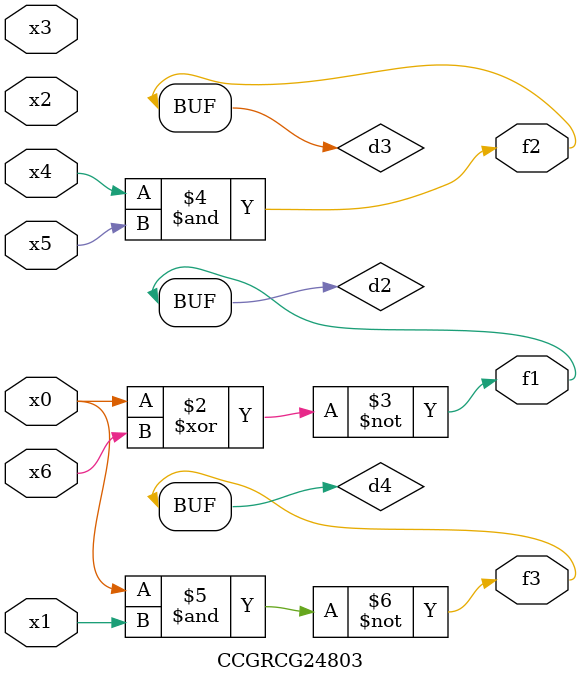
<source format=v>
module CCGRCG24803(
	input x0, x1, x2, x3, x4, x5, x6,
	output f1, f2, f3
);

	wire d1, d2, d3, d4;

	nor (d1, x0);
	xnor (d2, x0, x6);
	and (d3, x4, x5);
	nand (d4, x0, x1);
	assign f1 = d2;
	assign f2 = d3;
	assign f3 = d4;
endmodule

</source>
